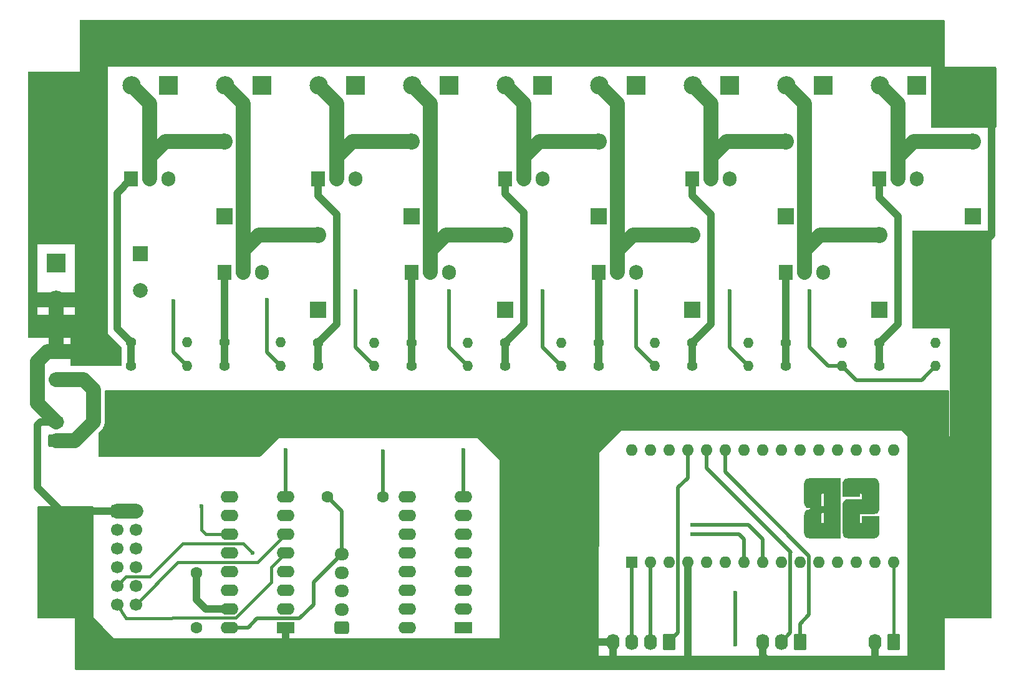
<source format=gbr>
%TF.GenerationSoftware,KiCad,Pcbnew,9.0.1*%
%TF.CreationDate,2025-11-11T21:16:56+00:00*%
%TF.ProjectId,Paper Tape Punch Driver Board,50617065-7220-4546-9170-652050756e63,rev?*%
%TF.SameCoordinates,Original*%
%TF.FileFunction,Copper,L2,Bot*%
%TF.FilePolarity,Positive*%
%FSLAX46Y46*%
G04 Gerber Fmt 4.6, Leading zero omitted, Abs format (unit mm)*
G04 Created by KiCad (PCBNEW 9.0.1) date 2025-11-11 21:16:56*
%MOMM*%
%LPD*%
G01*
G04 APERTURE LIST*
G04 Aperture macros list*
%AMRoundRect*
0 Rectangle with rounded corners*
0 $1 Rounding radius*
0 $2 $3 $4 $5 $6 $7 $8 $9 X,Y pos of 4 corners*
0 Add a 4 corners polygon primitive as box body*
4,1,4,$2,$3,$4,$5,$6,$7,$8,$9,$2,$3,0*
0 Add four circle primitives for the rounded corners*
1,1,$1+$1,$2,$3*
1,1,$1+$1,$4,$5*
1,1,$1+$1,$6,$7*
1,1,$1+$1,$8,$9*
0 Add four rect primitives between the rounded corners*
20,1,$1+$1,$2,$3,$4,$5,0*
20,1,$1+$1,$4,$5,$6,$7,0*
20,1,$1+$1,$6,$7,$8,$9,0*
20,1,$1+$1,$8,$9,$2,$3,0*%
G04 Aperture macros list end*
%ADD10C,0.300000*%
%TA.AperFunction,ComponentPad*%
%ADD11C,1.400000*%
%TD*%
%TA.AperFunction,ComponentPad*%
%ADD12O,1.400000X1.400000*%
%TD*%
%TA.AperFunction,ComponentPad*%
%ADD13R,1.600000X1.600000*%
%TD*%
%TA.AperFunction,ComponentPad*%
%ADD14O,1.600000X1.600000*%
%TD*%
%TA.AperFunction,ComponentPad*%
%ADD15R,2.200000X2.200000*%
%TD*%
%TA.AperFunction,ComponentPad*%
%ADD16O,2.200000X2.200000*%
%TD*%
%TA.AperFunction,ComponentPad*%
%ADD17RoundRect,0.250000X0.620000X0.845000X-0.620000X0.845000X-0.620000X-0.845000X0.620000X-0.845000X0*%
%TD*%
%TA.AperFunction,ComponentPad*%
%ADD18O,1.740000X2.190000*%
%TD*%
%TA.AperFunction,ComponentPad*%
%ADD19R,2.400000X1.600000*%
%TD*%
%TA.AperFunction,ComponentPad*%
%ADD20O,2.400000X1.600000*%
%TD*%
%TA.AperFunction,ComponentPad*%
%ADD21R,1.905000X2.000000*%
%TD*%
%TA.AperFunction,ComponentPad*%
%ADD22O,1.905000X2.000000*%
%TD*%
%TA.AperFunction,ComponentPad*%
%ADD23C,1.600000*%
%TD*%
%TA.AperFunction,ComponentPad*%
%ADD24R,2.500000X2.500000*%
%TD*%
%TA.AperFunction,ComponentPad*%
%ADD25C,2.500000*%
%TD*%
%TA.AperFunction,ComponentPad*%
%ADD26RoundRect,0.250000X-0.600000X-0.600000X0.600000X-0.600000X0.600000X0.600000X-0.600000X0.600000X0*%
%TD*%
%TA.AperFunction,ComponentPad*%
%ADD27C,1.700000*%
%TD*%
%TA.AperFunction,ComponentPad*%
%ADD28R,2.000000X2.000000*%
%TD*%
%TA.AperFunction,ComponentPad*%
%ADD29C,2.000000*%
%TD*%
%TA.AperFunction,ComponentPad*%
%ADD30RoundRect,0.250000X0.725000X-0.600000X0.725000X0.600000X-0.725000X0.600000X-0.725000X-0.600000X0*%
%TD*%
%TA.AperFunction,ComponentPad*%
%ADD31O,1.950000X1.700000*%
%TD*%
%TA.AperFunction,ComponentPad*%
%ADD32RoundRect,0.250000X0.845000X-0.620000X0.845000X0.620000X-0.845000X0.620000X-0.845000X-0.620000X0*%
%TD*%
%TA.AperFunction,ComponentPad*%
%ADD33O,2.190000X1.740000*%
%TD*%
%TA.AperFunction,ViaPad*%
%ADD34C,0.600000*%
%TD*%
%TA.AperFunction,Conductor*%
%ADD35C,0.500000*%
%TD*%
%TA.AperFunction,Conductor*%
%ADD36C,2.000000*%
%TD*%
%TA.AperFunction,Conductor*%
%ADD37C,1.000000*%
%TD*%
%TA.AperFunction,Conductor*%
%ADD38C,0.400000*%
%TD*%
G04 APERTURE END LIST*
D10*
G36*
X252329253Y-99605000D02*
G01*
X252129085Y-99589621D01*
X251960319Y-99544498D01*
X251832401Y-99478380D01*
X251729090Y-99389759D01*
X251593975Y-99152683D01*
X251545233Y-98809745D01*
X251545233Y-95068433D01*
X251561089Y-94861282D01*
X251609553Y-94681696D01*
X251678097Y-94551342D01*
X251772452Y-94444282D01*
X251884098Y-94366852D01*
X252019480Y-94311895D01*
X252318018Y-94273178D01*
X254188429Y-94273178D01*
X254188429Y-93663060D01*
X254172374Y-93581183D01*
X254122509Y-93525360D01*
X254042861Y-93506256D01*
X253971401Y-93520911D01*
X253924645Y-93560972D01*
X253897292Y-93663060D01*
X253897292Y-93976667D01*
X251545233Y-93976667D01*
X251545233Y-92240589D01*
X251561089Y-92033597D01*
X251609553Y-91854068D01*
X251678122Y-91723668D01*
X251772518Y-91616542D01*
X251884198Y-91539060D01*
X252019620Y-91484061D01*
X252318018Y-91445334D01*
X255767215Y-91445334D01*
X255963368Y-91460710D01*
X256129176Y-91505815D01*
X256255588Y-91572164D01*
X256357862Y-91661134D01*
X256492159Y-91900027D01*
X256540000Y-92240589D01*
X256540000Y-95527609D01*
X256524144Y-95734573D01*
X256475679Y-95914026D01*
X256407123Y-96044323D01*
X256312747Y-96151345D01*
X256201064Y-96228757D01*
X256065635Y-96283697D01*
X255767215Y-96322376D01*
X253897292Y-96322376D01*
X253897292Y-97398021D01*
X253912308Y-97472799D01*
X253954897Y-97527138D01*
X254042861Y-97554825D01*
X254114322Y-97540149D01*
X254161170Y-97499940D01*
X254188429Y-97398021D01*
X254188429Y-96569061D01*
X256540000Y-96569061D01*
X256540000Y-98820980D01*
X256524622Y-99021148D01*
X256479507Y-99189914D01*
X256413393Y-99317853D01*
X256324784Y-99421176D01*
X256087765Y-99556296D01*
X255745233Y-99605000D01*
X252329253Y-99605000D01*
G37*
G36*
X251326880Y-99605000D02*
G01*
X247127369Y-99605000D01*
X246920218Y-99589068D01*
X246740632Y-99540073D01*
X246611541Y-99471245D01*
X246505237Y-99376226D01*
X246427994Y-99263356D01*
X246372730Y-99125985D01*
X246332114Y-98809256D01*
X246332114Y-96478203D01*
X246344965Y-96310163D01*
X248684173Y-96310163D01*
X248684173Y-97397044D01*
X248700294Y-97479657D01*
X248750619Y-97535645D01*
X248829741Y-97554337D01*
X248975310Y-97554337D01*
X248975310Y-96152871D01*
X248829741Y-96152871D01*
X248736008Y-96171917D01*
X248690378Y-96242713D01*
X248684173Y-96310163D01*
X246344965Y-96310163D01*
X246347970Y-96270865D01*
X246396434Y-96091147D01*
X246464965Y-95960735D01*
X246559299Y-95853636D01*
X246670909Y-95776188D01*
X246806244Y-95721216D01*
X247104898Y-95682459D01*
X247104898Y-95525167D01*
X246908600Y-95509787D01*
X246742693Y-95464656D01*
X246616327Y-95398307D01*
X246514096Y-95309317D01*
X246379914Y-95070357D01*
X246332114Y-94729424D01*
X246332114Y-93664525D01*
X248684173Y-93664525D01*
X248684173Y-95088461D01*
X248700294Y-95166567D01*
X248750619Y-95203114D01*
X248829741Y-95211559D01*
X248975310Y-95211559D01*
X248975310Y-93507721D01*
X248829741Y-93507721D01*
X248758281Y-93522376D01*
X248711526Y-93562437D01*
X248684173Y-93664525D01*
X246332114Y-93664525D01*
X246332114Y-92241078D01*
X246347970Y-92033898D01*
X246396434Y-91854237D01*
X246464990Y-91723780D01*
X246559365Y-91616616D01*
X246671008Y-91539115D01*
X246806384Y-91484100D01*
X247104898Y-91445334D01*
X251326880Y-91445334D01*
X251326880Y-99605000D01*
G37*
D11*
%TO.P,R16,1*%
%TO.N,Net-(Q8-G)*%
X243840000Y-76200000D03*
D12*
%TO.P,R16,2*%
%TO.N,GND*%
X251460000Y-76200000D03*
%TD*%
D13*
%TO.P,A1,1,D1/TX*%
%TO.N,Net-(A1-D1{slash}TX)*%
X222885000Y-102870000D03*
D14*
%TO.P,A1,2,D0/RX*%
%TO.N,Net-(A1-D0{slash}RX)*%
X225425000Y-102870000D03*
%TO.P,A1,3,~{RESET}*%
%TO.N,unconnected-(A1-~{RESET}-Pad3)*%
X227965000Y-102870000D03*
%TO.P,A1,4,GND*%
%TO.N,GND*%
X230505000Y-102870000D03*
%TO.P,A1,5,D2*%
%TO.N,Net-(A1-D2)*%
X233045000Y-102870000D03*
%TO.P,A1,6,D3*%
%TO.N,Net-(A1-D3)*%
X235585000Y-102870000D03*
%TO.P,A1,7,D4*%
%TO.N,Net-(A1-D4)*%
X238125000Y-102870000D03*
%TO.P,A1,8,D5*%
%TO.N,Net-(A1-D5)*%
X240665000Y-102870000D03*
%TO.P,A1,9,D6*%
%TO.N,Net-(A1-D6)*%
X243205000Y-102870000D03*
%TO.P,A1,10,D7*%
%TO.N,Net-(A1-D7)*%
X245745000Y-102870000D03*
%TO.P,A1,11,D8*%
%TO.N,Net-(A1-D8)*%
X248285000Y-102870000D03*
%TO.P,A1,12,D9*%
%TO.N,Net-(A1-D9)*%
X250825000Y-102870000D03*
%TO.P,A1,13,D10*%
%TO.N,Net-(A1-D10)*%
X253365000Y-102870000D03*
%TO.P,A1,14,D11*%
%TO.N,Net-(A1-D11)*%
X255905000Y-102870000D03*
%TO.P,A1,15,D12*%
%TO.N,Net-(A1-D12)*%
X258445000Y-102870000D03*
%TO.P,A1,16,D13*%
%TO.N,Net-(A1-D13)*%
X258445000Y-87630000D03*
%TO.P,A1,17,3V3*%
%TO.N,unconnected-(A1-3V3-Pad17)*%
X255905000Y-87630000D03*
%TO.P,A1,18,AREF*%
%TO.N,unconnected-(A1-AREF-Pad18)*%
X253365000Y-87630000D03*
%TO.P,A1,19,A0*%
%TO.N,Net-(A1-A0)*%
X250825000Y-87630000D03*
%TO.P,A1,20,A1*%
%TO.N,Net-(A1-A1)*%
X248285000Y-87630000D03*
%TO.P,A1,21,A2*%
%TO.N,Net-(A1-A2)*%
X245745000Y-87630000D03*
%TO.P,A1,22,A3*%
%TO.N,Net-(A1-A3)*%
X243205000Y-87630000D03*
%TO.P,A1,23,A4*%
%TO.N,Net-(A1-A4)*%
X240665000Y-87630000D03*
%TO.P,A1,24,A5*%
%TO.N,Net-(A1-A5)*%
X238125000Y-87630000D03*
%TO.P,A1,25,A6*%
%TO.N,Net-(A1-A6)*%
X235585000Y-87630000D03*
%TO.P,A1,26,A7*%
%TO.N,Net-(A1-A7)*%
X233045000Y-87630000D03*
%TO.P,A1,27,+5V*%
%TO.N,+5V*%
X230505000Y-87630000D03*
%TO.P,A1,28,~{RESET}*%
%TO.N,unconnected-(A1-~{RESET}-Pad28)*%
X227965000Y-87630000D03*
%TO.P,A1,29,GND*%
%TO.N,GND*%
X225425000Y-87630000D03*
%TO.P,A1,30,VIN*%
%TO.N,unconnected-(A1-VIN-Pad30)*%
X222885000Y-87630000D03*
%TD*%
D15*
%TO.P,D2,1,K*%
%TO.N,+12V*%
X180340000Y-68580000D03*
D16*
%TO.P,D2,2,A*%
%TO.N,Net-(D2-A)*%
X180340000Y-58420000D03*
%TD*%
D17*
%TO.P,J12,1,Pin_1*%
%TO.N,+5V*%
X227965000Y-113665000D03*
D18*
%TO.P,J12,2,Pin_2*%
%TO.N,Net-(A1-D0{slash}RX)*%
X225425000Y-113665000D03*
%TO.P,J12,3,Pin_3*%
%TO.N,Net-(A1-D1{slash}TX)*%
X222885000Y-113665000D03*
%TO.P,J12,4,Pin_4*%
%TO.N,GND*%
X220345000Y-113665000D03*
%TD*%
D11*
%TO.P,R13,1*%
%TO.N,Net-(Q7-G)*%
X231140000Y-73050000D03*
D12*
%TO.P,R13,2*%
%TO.N,Net-(A1-A1)*%
X238760000Y-73050000D03*
%TD*%
D11*
%TO.P,R2,1*%
%TO.N,Net-(Q1-G)*%
X154940000Y-76149200D03*
D12*
%TO.P,R2,2*%
%TO.N,GND*%
X162560000Y-76149200D03*
%TD*%
D15*
%TO.P,D9,1,K*%
%TO.N,+12V*%
X269240000Y-55880000D03*
D16*
%TO.P,D9,2,A*%
%TO.N,Net-(D9-A)*%
X269240000Y-45720000D03*
%TD*%
D19*
%TO.P,U2,1,I1*%
%TO.N,Net-(A1-D8)*%
X200025000Y-111760000D03*
D20*
%TO.P,U2,2,I2*%
%TO.N,Net-(A1-D10)*%
X200025000Y-109220000D03*
%TO.P,U2,3,I3*%
%TO.N,Net-(A1-D9)*%
X200025000Y-106680000D03*
%TO.P,U2,4,I4*%
%TO.N,Net-(A1-D11)*%
X200025000Y-104140000D03*
%TO.P,U2,5,I5*%
%TO.N,unconnected-(U2-I5-Pad5)*%
X200025000Y-101600000D03*
%TO.P,U2,6,I6*%
%TO.N,unconnected-(U2-I6-Pad6)*%
X200025000Y-99060000D03*
%TO.P,U2,7,I7*%
%TO.N,unconnected-(U2-I7-Pad7)*%
X200025000Y-96520000D03*
%TO.P,U2,8,GND*%
%TO.N,GND*%
X200025000Y-93980000D03*
%TO.P,U2,9,COM*%
%TO.N,+5V*%
X192405000Y-93980000D03*
%TO.P,U2,10,O7*%
%TO.N,unconnected-(U2-O7-Pad10)*%
X192405000Y-96520000D03*
%TO.P,U2,11,O6*%
%TO.N,unconnected-(U2-O6-Pad11)*%
X192405000Y-99060000D03*
%TO.P,U2,12,O5*%
%TO.N,unconnected-(U2-O5-Pad12)*%
X192405000Y-101600000D03*
%TO.P,U2,13,O4*%
%TO.N,Net-(J16-Pin_4)*%
X192405000Y-104140000D03*
%TO.P,U2,14,O3*%
%TO.N,Net-(J16-Pin_3)*%
X192405000Y-106680000D03*
%TO.P,U2,15,O2*%
%TO.N,Net-(J16-Pin_2)*%
X192405000Y-109220000D03*
%TO.P,U2,16,O1*%
%TO.N,Net-(J16-Pin_1)*%
X192405000Y-111760000D03*
%TD*%
D11*
%TO.P,R8,1*%
%TO.N,Net-(Q4-G)*%
X193040000Y-76200000D03*
D12*
%TO.P,R8,2*%
%TO.N,GND*%
X200660000Y-76200000D03*
%TD*%
D17*
%TO.P,J14,1,Pin_1*%
%TO.N,Net-(A1-D12)*%
X258445000Y-113665000D03*
D18*
%TO.P,J14,2,Pin_2*%
%TO.N,GND*%
X255905000Y-113665000D03*
%TD*%
D21*
%TO.P,Q2,1,G*%
%TO.N,Net-(Q2-G)*%
X167640000Y-63500000D03*
D22*
%TO.P,Q2,2,D*%
%TO.N,Net-(D2-A)*%
X170180000Y-63500000D03*
%TO.P,Q2,3,S*%
%TO.N,GND*%
X172720000Y-63500000D03*
%TD*%
D11*
%TO.P,R14,1*%
%TO.N,Net-(Q7-G)*%
X231140000Y-76200000D03*
D12*
%TO.P,R14,2*%
%TO.N,GND*%
X238760000Y-76200000D03*
%TD*%
D15*
%TO.P,D4,1,K*%
%TO.N,+12V*%
X205740000Y-68580000D03*
D16*
%TO.P,D4,2,A*%
%TO.N,Net-(D4-A)*%
X205740000Y-58420000D03*
%TD*%
D11*
%TO.P,R17,1*%
%TO.N,Net-(Q9-G)*%
X256540000Y-73050000D03*
D12*
%TO.P,R17,2*%
%TO.N,Net-(A1-D13)*%
X264160000Y-73050000D03*
%TD*%
D11*
%TO.P,R11,1*%
%TO.N,Net-(Q6-G)*%
X218440000Y-73050000D03*
D12*
%TO.P,R11,2*%
%TO.N,Net-(A1-A2)*%
X226060000Y-73050000D03*
%TD*%
D11*
%TO.P,R5,1*%
%TO.N,Net-(Q3-G)*%
X180340000Y-73050000D03*
D12*
%TO.P,R5,2*%
%TO.N,Net-(A1-A5)*%
X187960000Y-73050000D03*
%TD*%
D13*
%TO.P,C4,1*%
%TO.N,+5V*%
X144780000Y-78002651D03*
D23*
%TO.P,C4,2*%
%TO.N,GND*%
X144780000Y-74202651D03*
%TD*%
D21*
%TO.P,Q7,1,G*%
%TO.N,Net-(Q7-G)*%
X231140000Y-50800000D03*
D22*
%TO.P,Q7,2,D*%
%TO.N,Net-(D7-A)*%
X233680000Y-50800000D03*
%TO.P,Q7,3,S*%
%TO.N,GND*%
X236220000Y-50800000D03*
%TD*%
D11*
%TO.P,R9,1*%
%TO.N,Net-(Q5-G)*%
X205740000Y-73050000D03*
D12*
%TO.P,R9,2*%
%TO.N,Net-(A1-A3)*%
X213360000Y-73050000D03*
%TD*%
D15*
%TO.P,D5,1,K*%
%TO.N,+12V*%
X218440000Y-55880000D03*
D16*
%TO.P,D5,2,A*%
%TO.N,Net-(D5-A)*%
X218440000Y-45720000D03*
%TD*%
D21*
%TO.P,Q4,1,G*%
%TO.N,Net-(Q4-G)*%
X193040000Y-63500000D03*
D22*
%TO.P,Q4,2,D*%
%TO.N,Net-(D4-A)*%
X195580000Y-63500000D03*
%TO.P,Q4,3,S*%
%TO.N,GND*%
X198120000Y-63500000D03*
%TD*%
D11*
%TO.P,R18,1*%
%TO.N,Net-(Q9-G)*%
X256540000Y-76200000D03*
D12*
%TO.P,R18,2*%
%TO.N,GND*%
X264160000Y-76200000D03*
%TD*%
D11*
%TO.P,R10,1*%
%TO.N,Net-(Q5-G)*%
X205740000Y-76200000D03*
D12*
%TO.P,R10,2*%
%TO.N,GND*%
X213360000Y-76200000D03*
%TD*%
D11*
%TO.P,R4,1*%
%TO.N,Net-(Q2-G)*%
X167640000Y-76149200D03*
D12*
%TO.P,R4,2*%
%TO.N,GND*%
X175260000Y-76149200D03*
%TD*%
D24*
%TO.P,J11,1,Pin_1*%
%TO.N,+12V*%
X261620000Y-38100000D03*
D25*
%TO.P,J11,2,Pin_2*%
%TO.N,Net-(D9-A)*%
X256620000Y-38100000D03*
%TD*%
D11*
%TO.P,R15,1*%
%TO.N,Net-(Q8-G)*%
X243840000Y-73050000D03*
D12*
%TO.P,R15,2*%
%TO.N,Net-(A1-A0)*%
X251460000Y-73050000D03*
%TD*%
D26*
%TO.P,J13,1,Pin_1*%
%TO.N,GND*%
X153035000Y-95885000D03*
D27*
%TO.P,J13,2,Pin_2*%
X155575000Y-95885000D03*
%TO.P,J13,3,Pin_3*%
%TO.N,Net-(A1-D4)*%
X153035000Y-98425000D03*
%TO.P,J13,4,Pin_4*%
%TO.N,Net-(A1-D5)*%
X155575000Y-98425000D03*
%TO.P,J13,5,Pin_5*%
%TO.N,Net-(J13-Pin_5)*%
X153035000Y-100965000D03*
%TO.P,J13,6,Pin_6*%
%TO.N,Net-(J13-Pin_6)*%
X155575000Y-100965000D03*
%TO.P,J13,7,Pin_7*%
%TO.N,Net-(J13-Pin_7)*%
X153035000Y-103505000D03*
%TO.P,J13,8,Pin_8*%
%TO.N,Net-(J13-Pin_8)*%
X155575000Y-103505000D03*
%TO.P,J13,9,Pin_9*%
%TO.N,Net-(J13-Pin_9)*%
X153035000Y-106045000D03*
%TO.P,J13,10,Pin_10*%
%TO.N,Net-(J13-Pin_10)*%
X155575000Y-106045000D03*
%TO.P,J13,11,Pin_11*%
%TO.N,Net-(J13-Pin_11)*%
X153035000Y-108585000D03*
%TO.P,J13,12,Pin_12*%
%TO.N,Net-(J13-Pin_12)*%
X155575000Y-108585000D03*
%TD*%
D11*
%TO.P,R3,1*%
%TO.N,Net-(Q2-G)*%
X167640000Y-72999200D03*
D12*
%TO.P,R3,2*%
%TO.N,Net-(A1-D7)*%
X175260000Y-72999200D03*
%TD*%
D19*
%TO.P,U1,1,~{PL}*%
%TO.N,GND*%
X175895000Y-111760000D03*
D20*
%TO.P,U1,2,CP*%
%TO.N,Net-(A1-D3)*%
X175895000Y-109220000D03*
%TO.P,U1,3,D4*%
%TO.N,Net-(J13-Pin_9)*%
X175895000Y-106680000D03*
%TO.P,U1,4,D5*%
%TO.N,Net-(J13-Pin_10)*%
X175895000Y-104140000D03*
%TO.P,U1,5,D6*%
%TO.N,Net-(J13-Pin_11)*%
X175895000Y-101600000D03*
%TO.P,U1,6,D7*%
%TO.N,Net-(J13-Pin_12)*%
X175895000Y-99060000D03*
%TO.P,U1,7,~{Q7}*%
%TO.N,unconnected-(U1-~{Q7}-Pad7)*%
X175895000Y-96520000D03*
%TO.P,U1,8,GND*%
%TO.N,GND*%
X175895000Y-93980000D03*
%TO.P,U1,9,Q7*%
%TO.N,Net-(A1-D2)*%
X168275000Y-93980000D03*
%TO.P,U1,10,DS*%
%TO.N,unconnected-(U1-DS-Pad10)*%
X168275000Y-96520000D03*
%TO.P,U1,11,D0*%
%TO.N,Net-(J13-Pin_5)*%
X168275000Y-99060000D03*
%TO.P,U1,12,D1*%
%TO.N,Net-(J13-Pin_6)*%
X168275000Y-101600000D03*
%TO.P,U1,13,D2*%
%TO.N,Net-(J13-Pin_7)*%
X168275000Y-104140000D03*
%TO.P,U1,14,D3*%
%TO.N,Net-(J13-Pin_8)*%
X168275000Y-106680000D03*
%TO.P,U1,15,~{CE}*%
%TO.N,GND*%
X168275000Y-109220000D03*
%TO.P,U1,16,VCC*%
%TO.N,+5V*%
X168275000Y-111760000D03*
%TD*%
D23*
%TO.P,C2,1*%
%TO.N,+5V*%
X181610000Y-93980000D03*
%TO.P,C2,2*%
%TO.N,GND*%
X189110000Y-93980000D03*
%TD*%
D24*
%TO.P,J10,1,Pin_1*%
%TO.N,+12V*%
X248920000Y-38100000D03*
D25*
%TO.P,J10,2,Pin_2*%
%TO.N,Net-(D8-A)*%
X243920000Y-38100000D03*
%TD*%
D24*
%TO.P,J6,1,Pin_1*%
%TO.N,+12V*%
X198120000Y-38100000D03*
D25*
%TO.P,J6,2,Pin_2*%
%TO.N,Net-(D4-A)*%
X193120000Y-38100000D03*
%TD*%
D11*
%TO.P,R1,1*%
%TO.N,Net-(Q1-G)*%
X154940000Y-72999200D03*
D12*
%TO.P,R1,2*%
%TO.N,Net-(A1-D6)*%
X162560000Y-72999200D03*
%TD*%
D17*
%TO.P,J15,1,Pin_1*%
%TO.N,Net-(A1-A6)*%
X245745000Y-113665000D03*
D18*
%TO.P,J15,2,Pin_2*%
%TO.N,Net-(A1-A7)*%
X243205000Y-113665000D03*
%TO.P,J15,3,Pin_3*%
%TO.N,GND*%
X240665000Y-113665000D03*
%TD*%
D24*
%TO.P,J9,1,Pin_1*%
%TO.N,+12V*%
X236220000Y-38100000D03*
D25*
%TO.P,J9,2,Pin_2*%
%TO.N,Net-(D7-A)*%
X231220000Y-38100000D03*
%TD*%
D21*
%TO.P,Q6,1,G*%
%TO.N,Net-(Q6-G)*%
X218440000Y-63500000D03*
D22*
%TO.P,Q6,2,D*%
%TO.N,Net-(D6-A)*%
X220980000Y-63500000D03*
%TO.P,Q6,3,S*%
%TO.N,GND*%
X223520000Y-63500000D03*
%TD*%
D24*
%TO.P,J5,1,Pin_1*%
%TO.N,+12V*%
X185420000Y-38100000D03*
D25*
%TO.P,J5,2,Pin_2*%
%TO.N,Net-(D3-A)*%
X180420000Y-38100000D03*
%TD*%
D15*
%TO.P,D1,1,K*%
%TO.N,+12V*%
X167640000Y-55880000D03*
D16*
%TO.P,D1,2,A*%
%TO.N,Net-(D1-A)*%
X167640000Y-45720000D03*
%TD*%
D21*
%TO.P,Q9,1,G*%
%TO.N,Net-(Q9-G)*%
X256540000Y-50800000D03*
D22*
%TO.P,Q9,2,D*%
%TO.N,Net-(D9-A)*%
X259080000Y-50800000D03*
%TO.P,Q9,3,S*%
%TO.N,GND*%
X261620000Y-50800000D03*
%TD*%
D11*
%TO.P,R6,1*%
%TO.N,Net-(Q3-G)*%
X180340000Y-76200000D03*
D12*
%TO.P,R6,2*%
%TO.N,GND*%
X187960000Y-76200000D03*
%TD*%
D21*
%TO.P,Q1,1,G*%
%TO.N,Net-(Q1-G)*%
X154940000Y-50800000D03*
D22*
%TO.P,Q1,2,D*%
%TO.N,Net-(D1-A)*%
X157480000Y-50800000D03*
%TO.P,Q1,3,S*%
%TO.N,GND*%
X160020000Y-50800000D03*
%TD*%
D23*
%TO.P,C1,1*%
%TO.N,+5V*%
X163830000Y-111760000D03*
%TO.P,C1,2*%
%TO.N,GND*%
X163830000Y-104260000D03*
%TD*%
D28*
%TO.P,C3,1*%
%TO.N,+12V*%
X156210000Y-60970000D03*
D29*
%TO.P,C3,2*%
%TO.N,GND*%
X156210000Y-65970000D03*
%TD*%
D11*
%TO.P,R7,1*%
%TO.N,Net-(Q4-G)*%
X193040000Y-73050000D03*
D12*
%TO.P,R7,2*%
%TO.N,Net-(A1-A4)*%
X200660000Y-73050000D03*
%TD*%
D15*
%TO.P,D6,1,K*%
%TO.N,+12V*%
X231140000Y-68580000D03*
D16*
%TO.P,D6,2,A*%
%TO.N,Net-(D6-A)*%
X231140000Y-58420000D03*
%TD*%
D24*
%TO.P,J1,1,Pin_1*%
%TO.N,+12V*%
X144780000Y-62230000D03*
D25*
%TO.P,J1,2,Pin_2*%
%TO.N,GND*%
X144780000Y-67230000D03*
%TD*%
D21*
%TO.P,Q8,1,G*%
%TO.N,Net-(Q8-G)*%
X243840000Y-63500000D03*
D22*
%TO.P,Q8,2,D*%
%TO.N,Net-(D8-A)*%
X246380000Y-63500000D03*
%TO.P,Q8,3,S*%
%TO.N,GND*%
X248920000Y-63500000D03*
%TD*%
D11*
%TO.P,R12,1*%
%TO.N,Net-(Q6-G)*%
X218440000Y-76200000D03*
D12*
%TO.P,R12,2*%
%TO.N,GND*%
X226060000Y-76200000D03*
%TD*%
D21*
%TO.P,Q3,1,G*%
%TO.N,Net-(Q3-G)*%
X180340000Y-50800000D03*
D22*
%TO.P,Q3,2,D*%
%TO.N,Net-(D3-A)*%
X182880000Y-50800000D03*
%TO.P,Q3,3,S*%
%TO.N,GND*%
X185420000Y-50800000D03*
%TD*%
D24*
%TO.P,J4,1,Pin_1*%
%TO.N,+12V*%
X172720000Y-38100000D03*
D25*
%TO.P,J4,2,Pin_2*%
%TO.N,Net-(D2-A)*%
X167720000Y-38100000D03*
%TD*%
D15*
%TO.P,D3,1,K*%
%TO.N,+12V*%
X193040000Y-55880000D03*
D16*
%TO.P,D3,2,A*%
%TO.N,Net-(D3-A)*%
X193040000Y-45720000D03*
%TD*%
D30*
%TO.P,J16,1,Pin_1*%
%TO.N,Net-(J16-Pin_1)*%
X183515000Y-111760000D03*
D31*
%TO.P,J16,2,Pin_2*%
%TO.N,Net-(J16-Pin_2)*%
X183515000Y-109260000D03*
%TO.P,J16,3,Pin_3*%
%TO.N,Net-(J16-Pin_3)*%
X183515000Y-106760000D03*
%TO.P,J16,4,Pin_4*%
%TO.N,Net-(J16-Pin_4)*%
X183515000Y-104260000D03*
%TO.P,J16,5,Pin_5*%
%TO.N,+5V*%
X183515000Y-101760000D03*
%TD*%
D15*
%TO.P,D7,1,K*%
%TO.N,+12V*%
X243840000Y-55880000D03*
D16*
%TO.P,D7,2,A*%
%TO.N,Net-(D7-A)*%
X243840000Y-45720000D03*
%TD*%
D15*
%TO.P,D8,1,K*%
%TO.N,+12V*%
X256540000Y-68580000D03*
D16*
%TO.P,D8,2,A*%
%TO.N,Net-(D8-A)*%
X256540000Y-58420000D03*
%TD*%
D21*
%TO.P,Q5,1,G*%
%TO.N,Net-(Q5-G)*%
X205740000Y-50800000D03*
D22*
%TO.P,Q5,2,D*%
%TO.N,Net-(D5-A)*%
X208280000Y-50800000D03*
%TO.P,Q5,3,S*%
%TO.N,GND*%
X210820000Y-50800000D03*
%TD*%
D24*
%TO.P,J7,1,Pin_1*%
%TO.N,+12V*%
X210820000Y-38100000D03*
D25*
%TO.P,J7,2,Pin_2*%
%TO.N,Net-(D5-A)*%
X205820000Y-38100000D03*
%TD*%
D24*
%TO.P,J8,1,Pin_1*%
%TO.N,+12V*%
X223520000Y-38100000D03*
D25*
%TO.P,J8,2,Pin_2*%
%TO.N,Net-(D6-A)*%
X218520000Y-38100000D03*
%TD*%
D24*
%TO.P,J3,1,Pin_1*%
%TO.N,+12V*%
X160020000Y-38100000D03*
D25*
%TO.P,J3,2,Pin_2*%
%TO.N,Net-(D1-A)*%
X155020000Y-38100000D03*
%TD*%
D32*
%TO.P,J2,1,Pin_1*%
%TO.N,+5V*%
X144780000Y-86360000D03*
D33*
%TO.P,J2,2,Pin_2*%
%TO.N,GND*%
X144780000Y-83820000D03*
%TD*%
D34*
%TO.N,Net-(A1-D11)*%
X237000000Y-114000000D03*
X237000000Y-107000000D03*
%TO.N,Net-(A1-D5)*%
X231120000Y-97770000D03*
%TO.N,GND*%
X210820000Y-66040000D03*
X223520000Y-66040000D03*
X247015000Y-66040000D03*
X185420000Y-66040000D03*
X160705800Y-67360800D03*
X236220000Y-66040000D03*
X173390000Y-67230000D03*
X175895000Y-87630000D03*
X200025000Y-87630000D03*
X189110000Y-87750000D03*
X198120000Y-66040000D03*
%TO.N,Net-(A1-D4)*%
X231140000Y-99060000D03*
%TO.N,Net-(J13-Pin_5)*%
X164465000Y-95250000D03*
%TO.N,Net-(J13-Pin_9)*%
X171450000Y-101600000D03*
%TD*%
D35*
%TO.N,Net-(A1-D11)*%
X237000000Y-107000000D02*
X237000000Y-114000000D01*
%TO.N,Net-(A1-A6)*%
X235585000Y-87630000D02*
X235585000Y-90585000D01*
X235585000Y-90585000D02*
X247000000Y-102000000D01*
X247000000Y-102000000D02*
X247000000Y-110000000D01*
X247000000Y-110000000D02*
X245745000Y-111255000D01*
X245745000Y-111255000D02*
X245745000Y-113665000D01*
%TO.N,Net-(A1-A7)*%
X244456000Y-101544000D02*
X244500000Y-101500000D01*
X244456000Y-112414000D02*
X244456000Y-101544000D01*
X243205000Y-113665000D02*
X244456000Y-112414000D01*
X244500000Y-101500000D02*
X233045000Y-90045000D01*
X233045000Y-90045000D02*
X233045000Y-87630000D01*
%TO.N,Net-(A1-D5)*%
X240665000Y-99695000D02*
X240665000Y-102870000D01*
X231120000Y-97770000D02*
X238740000Y-97770000D01*
X238740000Y-97770000D02*
X240665000Y-99695000D01*
%TO.N,Net-(A1-D1{slash}TX)*%
X222885000Y-113665000D02*
X222885000Y-102870000D01*
D36*
%TO.N,GND*%
X155575000Y-95885000D02*
X153035000Y-95885000D01*
D37*
X145415000Y-95885000D02*
X142240000Y-92710000D01*
X264795000Y-106680000D02*
X269240000Y-102235000D01*
D35*
X200025000Y-93980000D02*
X200025000Y-87630000D01*
D37*
X149225000Y-110490000D02*
X152400000Y-113665000D01*
X230505000Y-116205000D02*
X220345000Y-116205000D01*
D35*
X162560000Y-76149200D02*
X160705800Y-74295000D01*
D37*
X175895000Y-111760000D02*
X175895000Y-113665000D01*
X240665000Y-115570000D02*
X241300000Y-116205000D01*
X269240000Y-102235000D02*
X269240000Y-60960000D01*
D36*
X142320000Y-67230000D02*
X147875000Y-67230000D01*
D35*
X251460000Y-76200000D02*
X249555000Y-76200000D01*
X200660000Y-76200000D02*
X198120000Y-73660000D01*
D37*
X255905000Y-117000000D02*
X264795000Y-117000000D01*
X233045000Y-116205000D02*
X240665000Y-116205000D01*
D35*
X213360000Y-76200000D02*
X210820000Y-73660000D01*
D37*
X152400000Y-113665000D02*
X175895000Y-113665000D01*
X142685000Y-83820000D02*
X144780000Y-83820000D01*
X153035000Y-95885000D02*
X149225000Y-95885000D01*
D36*
X144780000Y-67230000D02*
X144780000Y-74202651D01*
D35*
X175260000Y-76149200D02*
X173405800Y-74295000D01*
X249555000Y-76200000D02*
X247015000Y-73660000D01*
X247015000Y-73660000D02*
X247015000Y-66040000D01*
D37*
X271780000Y-58420000D02*
X271780000Y-38100000D01*
D35*
X160705800Y-74295000D02*
X160705800Y-67360800D01*
X210820000Y-73660000D02*
X210820000Y-66040000D01*
X173405800Y-67245800D02*
X173390000Y-67230000D01*
X236220000Y-73660000D02*
X236220000Y-66040000D01*
D37*
X163830000Y-107950000D02*
X163830000Y-104260000D01*
D36*
X144780000Y-83820000D02*
X142240000Y-81280000D01*
D35*
X189110000Y-93980000D02*
X189110000Y-87750000D01*
D36*
X142240000Y-75565000D02*
X143602349Y-74202651D01*
D35*
X253365000Y-78105000D02*
X251460000Y-76200000D01*
D36*
X143602349Y-74202651D02*
X144780000Y-74202651D01*
D37*
X142240000Y-84265000D02*
X142685000Y-83820000D01*
X241300000Y-116205000D02*
X255905000Y-116205000D01*
X165100000Y-109220000D02*
X163830000Y-107950000D01*
X255905000Y-116205000D02*
X255905000Y-113665000D01*
D35*
X175895000Y-93980000D02*
X175895000Y-87630000D01*
X238760000Y-76200000D02*
X236220000Y-73660000D01*
X264160000Y-76200000D02*
X262255000Y-78105000D01*
D37*
X153035000Y-95885000D02*
X145415000Y-95885000D01*
D36*
X142240000Y-81280000D02*
X142240000Y-75565000D01*
D37*
X264795000Y-117000000D02*
X264795000Y-106680000D01*
D35*
X223520000Y-73660000D02*
X223520000Y-66040000D01*
D37*
X168275000Y-109220000D02*
X165100000Y-109220000D01*
D35*
X198120000Y-73660000D02*
X198120000Y-66040000D01*
D37*
X230505000Y-116205000D02*
X233045000Y-116205000D01*
X175895000Y-113665000D02*
X220345000Y-113665000D01*
D36*
X144780000Y-74202651D02*
X147862651Y-74202651D01*
D35*
X226060000Y-76200000D02*
X223520000Y-73660000D01*
D37*
X142240000Y-92710000D02*
X142240000Y-84265000D01*
X255905000Y-113665000D02*
X255905000Y-117000000D01*
X269240000Y-60960000D02*
X271780000Y-58420000D01*
X149225000Y-95885000D02*
X149225000Y-110490000D01*
D35*
X262255000Y-78105000D02*
X253365000Y-78105000D01*
D36*
X144780000Y-67230000D02*
X142320000Y-67230000D01*
D37*
X230505000Y-102870000D02*
X230505000Y-116205000D01*
X240665000Y-113665000D02*
X240665000Y-115570000D01*
X220345000Y-116205000D02*
X220345000Y-113665000D01*
D35*
X185420000Y-73660000D02*
X185420000Y-66040000D01*
X187960000Y-76200000D02*
X185420000Y-73660000D01*
X173405800Y-74295000D02*
X173405800Y-67245800D01*
D38*
%TO.N,Net-(A1-D12)*%
X258445000Y-102870000D02*
X258445000Y-113665000D01*
D35*
%TO.N,Net-(A1-D0{slash}RX)*%
X225425000Y-113665000D02*
X225425000Y-102870000D01*
%TO.N,Net-(A1-D4)*%
X238125000Y-99695000D02*
X237490000Y-99060000D01*
X238125000Y-102870000D02*
X238125000Y-99695000D01*
X237490000Y-99060000D02*
X231140000Y-99060000D01*
D36*
%TO.N,+5V*%
X149860000Y-79375000D02*
X148487651Y-78002651D01*
D35*
X170815000Y-111760000D02*
X168275000Y-111760000D01*
X177780000Y-110510000D02*
X172065000Y-110510000D01*
D36*
X149860000Y-83820000D02*
X149860000Y-79375000D01*
X144780000Y-86360000D02*
X147320000Y-86360000D01*
D35*
X179705000Y-105570000D02*
X179705000Y-108585000D01*
X227965000Y-113665000D02*
X229215000Y-112415000D01*
D36*
X148487651Y-78002651D02*
X144780000Y-78002651D01*
D35*
X172065000Y-110510000D02*
X170815000Y-111760000D01*
X230505000Y-91440000D02*
X230505000Y-87630000D01*
X183515000Y-101760000D02*
X179705000Y-105570000D01*
D36*
X147320000Y-86360000D02*
X149860000Y-83820000D01*
D35*
X229215000Y-112415000D02*
X229215000Y-92730000D01*
X179705000Y-108585000D02*
X177780000Y-110510000D01*
X183515000Y-95885000D02*
X181610000Y-93980000D01*
X183515000Y-101760000D02*
X183515000Y-95885000D01*
X229215000Y-92730000D02*
X230505000Y-91440000D01*
D36*
%TO.N,Net-(D1-A)*%
X157480000Y-40560000D02*
X157480000Y-50800000D01*
X157480000Y-47800000D02*
X157480000Y-50800000D01*
X159560000Y-45720000D02*
X157480000Y-47800000D01*
X155020000Y-38100000D02*
X157480000Y-40560000D01*
X167640000Y-45720000D02*
X159560000Y-45720000D01*
%TO.N,Net-(D2-A)*%
X167720000Y-38100000D02*
X170180000Y-40560000D01*
X172260000Y-58420000D02*
X170180000Y-60500000D01*
X170180000Y-60500000D02*
X170180000Y-63500000D01*
X180340000Y-58420000D02*
X172260000Y-58420000D01*
X170180000Y-40560000D02*
X170180000Y-63500000D01*
%TO.N,Net-(D3-A)*%
X184960000Y-45720000D02*
X182880000Y-47800000D01*
X180420000Y-38100000D02*
X182880000Y-40560000D01*
X182880000Y-47800000D02*
X182880000Y-50800000D01*
X182880000Y-40560000D02*
X182880000Y-50800000D01*
X193040000Y-45720000D02*
X184960000Y-45720000D01*
%TO.N,Net-(D4-A)*%
X197660000Y-58420000D02*
X195580000Y-60500000D01*
X195580000Y-40560000D02*
X195580000Y-63500000D01*
X193120000Y-38100000D02*
X195580000Y-40560000D01*
X195580000Y-60500000D02*
X195580000Y-63500000D01*
X205740000Y-58420000D02*
X197660000Y-58420000D01*
%TO.N,Net-(D5-A)*%
X210360000Y-45720000D02*
X208280000Y-47800000D01*
X205820000Y-38100000D02*
X208280000Y-40560000D01*
X208280000Y-47800000D02*
X208280000Y-50800000D01*
X218440000Y-45720000D02*
X210360000Y-45720000D01*
X208280000Y-40560000D02*
X208280000Y-50800000D01*
%TO.N,Net-(D6-A)*%
X218520000Y-38100000D02*
X220980000Y-40560000D01*
X220980000Y-40560000D02*
X220980000Y-63500000D01*
X231140000Y-58420000D02*
X223060000Y-58420000D01*
X220980000Y-60500000D02*
X220980000Y-63500000D01*
X223060000Y-58420000D02*
X220980000Y-60500000D01*
%TO.N,Net-(D7-A)*%
X243840000Y-45720000D02*
X235760000Y-45720000D01*
X233680000Y-40560000D02*
X233680000Y-50800000D01*
X235760000Y-45720000D02*
X233680000Y-47800000D01*
X233680000Y-47800000D02*
X233680000Y-50800000D01*
X231220000Y-38100000D02*
X233680000Y-40560000D01*
%TO.N,Net-(D8-A)*%
X248460000Y-58420000D02*
X246380000Y-60500000D01*
X246380000Y-60500000D02*
X246380000Y-63500000D01*
X256540000Y-58420000D02*
X248460000Y-58420000D01*
X246380000Y-40560000D02*
X246380000Y-63500000D01*
X243920000Y-38100000D02*
X246380000Y-40560000D01*
%TO.N,Net-(D9-A)*%
X269240000Y-45720000D02*
X261160000Y-45720000D01*
X259080000Y-40560000D02*
X259080000Y-50800000D01*
X261160000Y-45720000D02*
X259080000Y-47800000D01*
X256620000Y-38100000D02*
X259080000Y-40560000D01*
X259080000Y-47800000D02*
X259080000Y-50800000D01*
D38*
%TO.N,Net-(J13-Pin_5)*%
X165100000Y-99060000D02*
X168275000Y-99060000D01*
X164465000Y-98425000D02*
X165100000Y-99060000D01*
X164465000Y-95250000D02*
X164465000Y-98425000D01*
%TO.N,Net-(J13-Pin_11)*%
X160020000Y-110490000D02*
X160995000Y-110420000D01*
X160995000Y-110420000D02*
X169172056Y-110420000D01*
X173990000Y-103505000D02*
X175895000Y-101600000D01*
X153035000Y-108585000D02*
X154285000Y-110490000D01*
X154285000Y-110490000D02*
X160020000Y-110490000D01*
X169172056Y-110420000D02*
X173990000Y-105602056D01*
X173990000Y-105602056D02*
X173990000Y-103505000D01*
%TO.N,Net-(J13-Pin_9)*%
X157480000Y-104775000D02*
X161925000Y-100330000D01*
X153035000Y-106045000D02*
X154285000Y-104795000D01*
X161925000Y-100330000D02*
X170180000Y-100330000D01*
X170180000Y-100330000D02*
X171450000Y-101600000D01*
X154285000Y-104795000D02*
X157480000Y-104775000D01*
%TO.N,Net-(J13-Pin_12)*%
X175895000Y-99060000D02*
X172085000Y-102870000D01*
X172085000Y-102870000D02*
X161290000Y-102870000D01*
X161290000Y-102870000D02*
X155575000Y-108585000D01*
D37*
%TO.N,Net-(Q1-G)*%
X153035000Y-71094200D02*
X154940000Y-72999200D01*
X154940000Y-50800000D02*
X153035000Y-52705000D01*
X153035000Y-52705000D02*
X153035000Y-71094200D01*
X154940000Y-76149200D02*
X154940000Y-72999200D01*
X154660600Y-50800000D02*
X154940000Y-51079400D01*
X154940000Y-50800000D02*
X154660600Y-50800000D01*
%TO.N,Net-(Q2-G)*%
X167640000Y-63500000D02*
X167640000Y-76149200D01*
%TO.N,Net-(Q3-G)*%
X180340000Y-73050000D02*
X180340000Y-76200000D01*
X182880000Y-55626000D02*
X182880000Y-70510000D01*
X180340000Y-50800000D02*
X180340000Y-53086000D01*
X180340000Y-53086000D02*
X182880000Y-55626000D01*
X182880000Y-70510000D02*
X180340000Y-73050000D01*
%TO.N,Net-(Q4-G)*%
X193040000Y-63500000D02*
X193040000Y-76200000D01*
%TO.N,Net-(Q5-G)*%
X208280000Y-70510000D02*
X205740000Y-73050000D01*
X205740000Y-50800000D02*
X205740000Y-52832000D01*
X205740000Y-73050000D02*
X205740000Y-76200000D01*
X208280000Y-55372000D02*
X208280000Y-70510000D01*
X205740000Y-52832000D02*
X208280000Y-55372000D01*
%TO.N,Net-(Q6-G)*%
X218440000Y-63500000D02*
X218440000Y-76200000D01*
%TO.N,Net-(Q7-G)*%
X231140000Y-76200000D02*
X231140000Y-73050000D01*
X233680000Y-55626000D02*
X233680000Y-70510000D01*
X231140000Y-50800000D02*
X231140000Y-53086000D01*
X233680000Y-70510000D02*
X231140000Y-73050000D01*
X231140000Y-53086000D02*
X233680000Y-55626000D01*
%TO.N,Net-(Q8-G)*%
X243840000Y-63500000D02*
X243840000Y-76200000D01*
X243840000Y-76200000D02*
X243840000Y-73050000D01*
%TO.N,Net-(Q9-G)*%
X256540000Y-50800000D02*
X256540000Y-53340000D01*
X259080000Y-55880000D02*
X259080000Y-70510000D01*
X256540000Y-76200000D02*
X256540000Y-73050000D01*
X256540000Y-53340000D02*
X259080000Y-55880000D01*
X259080000Y-70510000D02*
X256540000Y-73050000D01*
%TD*%
%TA.AperFunction,Conductor*%
%TO.N,GND*%
G36*
X149803039Y-95269685D02*
G01*
X149848794Y-95322489D01*
X149860000Y-95374000D01*
X149860000Y-110490000D01*
X153035000Y-113665000D01*
X218440000Y-113665000D01*
X218440000Y-115570000D01*
X260350000Y-115570000D01*
X260350000Y-110490000D01*
X265430000Y-110490000D01*
X265430000Y-117351000D01*
X265410315Y-117418039D01*
X265357511Y-117463794D01*
X265306000Y-117475000D01*
X147444000Y-117475000D01*
X147376961Y-117455315D01*
X147331206Y-117402511D01*
X147320000Y-117351000D01*
X147320000Y-110490000D01*
X142364000Y-110490000D01*
X142296961Y-110470315D01*
X142251206Y-110417511D01*
X142240000Y-110366000D01*
X142240000Y-95374000D01*
X142259685Y-95306961D01*
X142312489Y-95261206D01*
X142364000Y-95250000D01*
X149736000Y-95250000D01*
X149803039Y-95269685D01*
G37*
%TD.AperFunction*%
%TD*%
%TA.AperFunction,Conductor*%
%TO.N,GND*%
G36*
X272358039Y-35579685D02*
G01*
X272403794Y-35632489D01*
X272415000Y-35684000D01*
X272415000Y-43691000D01*
X272395315Y-43758039D01*
X272342511Y-43803794D01*
X272291000Y-43815000D01*
X263649000Y-43815000D01*
X263581961Y-43795315D01*
X263536206Y-43742511D01*
X263525000Y-43691000D01*
X263525000Y-35560000D01*
X265430000Y-35560000D01*
X272291000Y-35560000D01*
X272358039Y-35579685D01*
G37*
%TD.AperFunction*%
%TD*%
%TA.AperFunction,Conductor*%
%TO.N,GND*%
G36*
X265373039Y-29229685D02*
G01*
X265418794Y-29282489D01*
X265430000Y-29334000D01*
X265430000Y-35560000D01*
X151765000Y-35560000D01*
X151765000Y-36830000D01*
X147955000Y-36830000D01*
X147955000Y-29334000D01*
X147974685Y-29266961D01*
X148027489Y-29221206D01*
X148079000Y-29210000D01*
X265306000Y-29210000D01*
X265373039Y-29229685D01*
G37*
%TD.AperFunction*%
%TD*%
%TA.AperFunction,Conductor*%
%TO.N,GND*%
G36*
X271780000Y-110366000D02*
G01*
X271760315Y-110433039D01*
X271707511Y-110478794D01*
X271656000Y-110490000D01*
X260350000Y-110490000D01*
X260350000Y-85725000D01*
X271780000Y-85725000D01*
X271780000Y-110366000D01*
G37*
%TD.AperFunction*%
%TD*%
%TA.AperFunction,Conductor*%
%TO.N,GND*%
G36*
X271723039Y-57804685D02*
G01*
X271768794Y-57857489D01*
X271780000Y-57909000D01*
X271780000Y-85725000D01*
X266065000Y-85725000D01*
X266065000Y-71120000D01*
X261109000Y-71120000D01*
X261041961Y-71100315D01*
X260996206Y-71047511D01*
X260985000Y-70996000D01*
X260985000Y-57909000D01*
X261004685Y-57841961D01*
X261057489Y-57796206D01*
X261109000Y-57785000D01*
X271656000Y-57785000D01*
X271723039Y-57804685D01*
G37*
%TD.AperFunction*%
%TD*%
%TA.AperFunction,Conductor*%
%TO.N,GND*%
G36*
X147955000Y-36830000D02*
G01*
X151765000Y-36830000D01*
X151765000Y-71755000D01*
X153633681Y-73623681D01*
X153667166Y-73685004D01*
X153670000Y-73711362D01*
X153670000Y-76076000D01*
X153650315Y-76143039D01*
X153597511Y-76188794D01*
X153546000Y-76200000D01*
X146809000Y-76200000D01*
X146741961Y-76180315D01*
X146696206Y-76127511D01*
X146685000Y-76076000D01*
X146685000Y-72390000D01*
X144780000Y-72390000D01*
X141094000Y-72390000D01*
X141026961Y-72370315D01*
X140981206Y-72317511D01*
X140970000Y-72266000D01*
X140970000Y-69215000D01*
X142240000Y-69215000D01*
X144780000Y-69215000D01*
X147320000Y-69215000D01*
X147320000Y-59690000D01*
X142240000Y-59690000D01*
X142240000Y-69215000D01*
X140970000Y-69215000D01*
X140970000Y-36319000D01*
X140989685Y-36251961D01*
X141042489Y-36206206D01*
X141094000Y-36195000D01*
X147955000Y-36195000D01*
X147955000Y-36830000D01*
G37*
%TD.AperFunction*%
%TD*%
%TA.AperFunction,Conductor*%
%TO.N,GND*%
G36*
X265944271Y-79519685D02*
G01*
X265990026Y-79572489D01*
X266001226Y-79622762D01*
X266062153Y-85725000D01*
X260350000Y-85725000D01*
X260350000Y-85724999D01*
X259500001Y-85000000D01*
X259500000Y-85000000D01*
X221500000Y-85000000D01*
X221499999Y-85000000D01*
X218500000Y-87999998D01*
X218500000Y-88000000D01*
X218440000Y-113665000D01*
X205000000Y-113665000D01*
X205000000Y-89000000D01*
X202000000Y-86000000D01*
X174999999Y-86000000D01*
X172536319Y-88463681D01*
X172474996Y-88497166D01*
X172448638Y-88500000D01*
X150624000Y-88500000D01*
X150556961Y-88480315D01*
X150511206Y-88427511D01*
X150500000Y-88376000D01*
X150500000Y-85353389D01*
X150519685Y-85286350D01*
X150536319Y-85265708D01*
X151004517Y-84797510D01*
X151143343Y-84606434D01*
X151250568Y-84395993D01*
X151274282Y-84323008D01*
X151323553Y-84171368D01*
X151360500Y-83938097D01*
X151360500Y-79624000D01*
X151380185Y-79556961D01*
X151432989Y-79511206D01*
X151484500Y-79500000D01*
X265877232Y-79500000D01*
X265944271Y-79519685D01*
G37*
%TD.AperFunction*%
%TD*%
M02*

</source>
